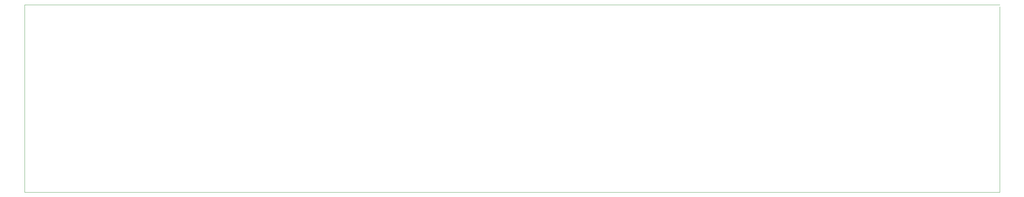
<source format=gbr>
G04 #@! TF.GenerationSoftware,KiCad,Pcbnew,(5.0.0-3-g5ebb6b6)*
G04 #@! TF.CreationDate,2021-01-21T07:34:20+01:00*
G04 #@! TF.ProjectId,HB-RC-4-TOUCH,48422D52432D342D544F5543482E6B69,rev?*
G04 #@! TF.SameCoordinates,Original*
G04 #@! TF.FileFunction,Profile,NP*
%FSLAX46Y46*%
G04 Gerber Fmt 4.6, Leading zero omitted, Abs format (unit mm)*
G04 Created by KiCad (PCBNEW (5.0.0-3-g5ebb6b6)) date Thursday, 21. January 2021 um 07:34:20*
%MOMM*%
%LPD*%
G01*
G04 APERTURE LIST*
%ADD10C,0.100000*%
G04 APERTURE END LIST*
D10*
X280700000Y-67300000D02*
X22250000Y-67300000D01*
X280700000Y-18000000D02*
X280700000Y-67300000D01*
X22250000Y-17500000D02*
X280700000Y-17500000D01*
X22250000Y-67300025D02*
X22250000Y-17500000D01*
M02*

</source>
